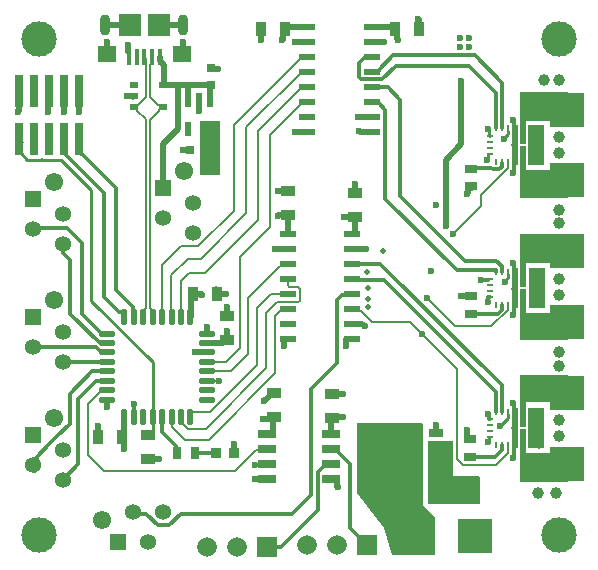
<source format=gbr>
%TF.GenerationSoftware,Altium Limited,Altium Designer,22.10.1 (41)*%
G04 Layer_Physical_Order=1*
G04 Layer_Color=255*
%FSLAX45Y45*%
%MOMM*%
%TF.SameCoordinates,C31E8A11-22D9-4D9D-ADA1-1B5FF30F4DDA*%
%TF.FilePolarity,Positive*%
%TF.FileFunction,Copper,L1,Top,Signal*%
%TF.Part,Single*%
G01*
G75*
%TA.AperFunction,Conductor*%
%ADD10C,0.25400*%
%TA.AperFunction,SMDPad,CuDef*%
%ADD11R,0.95620X1.20620*%
%ADD12R,1.20620X0.95620*%
%ADD13R,3.00000X3.00000*%
%ADD14R,1.46170X0.53340*%
%ADD15R,1.52500X0.65000*%
%ADD16R,0.75000X1.00000*%
%ADD17R,0.95000X0.95000*%
%ADD18R,0.70000X0.70000*%
%ADD19R,0.70000X0.70000*%
%ADD20O,1.45000X0.55000*%
%ADD21O,0.55000X1.45000*%
%ADD22R,0.74000X2.79000*%
%ADD23R,0.75000X0.60000*%
%TA.AperFunction,ConnectorPad*%
%ADD24R,0.40000X1.35000*%
%ADD25R,1.60000X1.40000*%
%TA.AperFunction,SMDPad,CuDef*%
%ADD26R,1.90000X1.90000*%
%TA.AperFunction,SMDPad,SMDef*%
%ADD27R,0.60000X0.25000*%
%ADD28R,0.25000X0.60000*%
%ADD29R,0.50000X1.67500*%
%ADD30R,1.40000X3.50000*%
%ADD31R,0.50000X3.50000*%
%TA.AperFunction,SMDPad,CuDef*%
%ADD32R,3.10000X4.20000*%
%ADD33R,1.50000X4.70000*%
%ADD34R,1.15000X0.70000*%
%ADD35R,3.00000X3.00000*%
%ADD36R,1.00000X0.75000*%
%ADD37R,0.60000X1.25000*%
%TA.AperFunction,Conductor*%
%ADD38C,0.50000*%
%ADD39C,0.30000*%
%ADD40C,0.20000*%
%ADD41C,0.15000*%
%TA.AperFunction,ComponentPad*%
%ADD42R,1.35800X1.35800*%
%ADD43C,1.35800*%
%ADD44C,1.55000*%
%ADD45R,1.66500X1.66500*%
%ADD46C,1.66500*%
%ADD47R,1.35800X1.35800*%
%ADD48O,0.90000X1.80000*%
%TA.AperFunction,WasherPad*%
%ADD49C,3.00000*%
%TA.AperFunction,ViaPad*%
%ADD50C,0.60000*%
%ADD51C,0.50000*%
%ADD52C,0.80000*%
%ADD53C,1.00000*%
G36*
X7099400Y3396567D02*
X7325067Y3396874D01*
X7334048Y3387893D01*
X7333741Y3162226D01*
X6889400D01*
Y3692226D01*
X7099400D01*
Y3396567D01*
D02*
G37*
G36*
X6850973Y3838239D02*
X6850000Y3150000D01*
X6950000Y3040000D01*
Y2727867D01*
X6588954D01*
X6520000Y2960000D01*
X6289729Y3256984D01*
Y3847226D01*
X6841999D01*
X6850973Y3838239D01*
D02*
G37*
G36*
X8080000Y3350000D02*
X7670000D01*
Y3590000D01*
X8080000D01*
Y3350000D01*
D02*
G37*
G36*
Y4020000D02*
X7670000D01*
Y4250000D01*
X8080000D01*
Y4020000D01*
D02*
G37*
G36*
X5130000Y5950000D02*
X4960000D01*
Y6400000D01*
X5130000D01*
Y5950000D01*
D02*
G37*
G36*
X8080000Y5750000D02*
X7669552D01*
Y5951161D01*
X7669666Y5951437D01*
Y5973477D01*
X7669552Y5973753D01*
Y5990000D01*
X8080000D01*
Y5750000D01*
D02*
G37*
G36*
Y6403831D02*
X7670000D01*
Y6650000D01*
X8080000D01*
Y6403831D01*
D02*
G37*
G36*
Y4550000D02*
X7670000D01*
Y4780000D01*
X8080000D01*
Y4550000D01*
D02*
G37*
G36*
Y5200000D02*
X7670000D01*
Y5450000D01*
X8080000D01*
Y5200000D01*
D02*
G37*
D10*
X3628589Y6074834D02*
G03*
X3621132Y6075953I-7457J-24281D01*
G01*
X3487746Y6082742D02*
G03*
X3490129Y6080670I17827J18093D01*
G01*
X3501589Y6074833D02*
G03*
X3498384Y6075596I-7468J-24277D01*
G01*
X3780684Y6074833D02*
X4040000Y5815517D01*
Y5320000D02*
Y5815517D01*
X3628589Y6074833D02*
X3780684D01*
X3603798Y6075953D02*
X3621132D01*
X3487614Y6082874D02*
X3487746Y6082742D01*
X3496287Y6075953D02*
X3498384Y6075596D01*
X3602679Y6074833D02*
X3603798Y6075953D01*
X3490128Y6080669D02*
X3496287Y6075953D01*
X3501589Y6074833D02*
X3602679Y6074833D01*
X3450255Y6120232D02*
X3487614Y6082874D01*
X4046821Y4873760D02*
X4560001Y4360581D01*
X4039382Y4881200D02*
X4046821Y4873760D01*
X4039381Y5318183D02*
X4040000Y5320000D01*
X4039381Y5318183D02*
X4039382Y4881200D01*
X3425134Y6144534D02*
Y6247033D01*
X3449432Y6120232D02*
X3450255D01*
X3425134Y6247033D02*
X3449432Y6222736D01*
X3425134Y6144534D02*
X3449432Y6120232D01*
X4560001Y3725842D02*
Y3901029D01*
X7396938Y6335105D02*
X7403559Y6328485D01*
X7403759Y6274994D02*
X7414666D01*
X7403559Y6275194D02*
Y6328485D01*
Y6275194D02*
X7403759Y6274994D01*
X7399381Y6083963D02*
Y6124797D01*
X7392760Y6077343D02*
X7399381Y6083963D01*
X7537076Y6261120D02*
X7566965Y6291009D01*
X7537076Y6251757D02*
Y6261120D01*
X7566965Y6291009D02*
Y6322695D01*
X7567293Y5079296D02*
Y5110950D01*
X7539401Y5042042D02*
Y5051404D01*
X7567293Y5079296D01*
X7404790Y3689399D02*
Y3728119D01*
X7398170Y3682778D02*
X7404790Y3689399D01*
X7404990Y3728319D02*
X7414666D01*
X7404790Y3728119D02*
X7404990Y3728319D01*
X4560001Y3901029D02*
Y4360581D01*
X7503312Y3822090D02*
X7566965Y3885743D01*
Y3926017D01*
D11*
X5102502Y4939999D02*
D03*
X4897499D02*
D03*
X6607498Y7179999D02*
D03*
X6812502D02*
D03*
X5477498Y7179999D02*
D03*
X5682502D02*
D03*
X4302503Y3730000D02*
D03*
X4097499D02*
D03*
D12*
X5190001Y4547499D02*
D03*
Y4752502D02*
D03*
X5590000Y4102497D02*
D03*
Y3897499D02*
D03*
X6080001Y3887502D02*
D03*
Y4092500D02*
D03*
X5710003Y5607499D02*
D03*
Y5812502D02*
D03*
X6270000Y5794998D02*
D03*
Y5590000D02*
D03*
X4520000Y3537498D02*
D03*
Y3742502D02*
D03*
D13*
X7290000Y2889999D02*
D03*
X6790000D02*
D03*
D14*
X6247683Y5448372D02*
D03*
Y5321372D02*
D03*
Y5194372D02*
D03*
Y5067372D02*
D03*
Y4940372D02*
D03*
Y4813372D02*
D03*
Y4686372D02*
D03*
Y4559372D02*
D03*
X5702731D02*
D03*
Y4686372D02*
D03*
Y4813372D02*
D03*
Y4940372D02*
D03*
Y5067372D02*
D03*
Y5194372D02*
D03*
Y5321372D02*
D03*
Y5448372D02*
D03*
X5869085Y7199000D02*
D03*
Y7072000D02*
D03*
Y6945000D02*
D03*
Y6818000D02*
D03*
Y6691000D02*
D03*
Y6564000D02*
D03*
Y6437000D02*
D03*
Y6310000D02*
D03*
X6414037D02*
D03*
Y6437000D02*
D03*
Y6564000D02*
D03*
Y6691000D02*
D03*
Y6818000D02*
D03*
Y6945000D02*
D03*
Y7072000D02*
D03*
Y7199000D02*
D03*
D15*
X5529058Y3750501D02*
D03*
Y3623501D02*
D03*
Y3496501D02*
D03*
Y3369501D02*
D03*
X6071458D02*
D03*
Y3496501D02*
D03*
Y3623501D02*
D03*
Y3750501D02*
D03*
D16*
X4914930Y3590000D02*
D03*
X4764933D02*
D03*
D17*
X5244932D02*
D03*
X5094935D02*
D03*
D18*
X5020000Y6160000D02*
D03*
X4880000D02*
D03*
D19*
X5050000Y6710000D02*
D03*
Y6850000D02*
D03*
D20*
X4177502Y4043528D02*
D03*
Y4123527D02*
D03*
Y4203527D02*
D03*
Y4283527D02*
D03*
Y4363527D02*
D03*
Y4443532D02*
D03*
Y4523532D02*
D03*
Y4603532D02*
D03*
X5022499D02*
D03*
Y4523532D02*
D03*
Y4443532D02*
D03*
Y4363527D02*
D03*
Y4283527D02*
D03*
Y4203527D02*
D03*
Y4123527D02*
D03*
Y4043528D02*
D03*
D21*
X4320002Y4746031D02*
D03*
X4400001D02*
D03*
X4640001D02*
D03*
X4720001D02*
D03*
X4800001D02*
D03*
X4880000D02*
D03*
Y3901029D02*
D03*
X4800001D02*
D03*
X4720001D02*
D03*
X4640001D02*
D03*
X4560001D02*
D03*
X4480001D02*
D03*
X4400001D02*
D03*
X4320002D02*
D03*
X4480001Y4746031D02*
D03*
X4560001D02*
D03*
D22*
X3679134Y6654033D02*
D03*
Y6247033D02*
D03*
X3552134Y6654033D02*
D03*
Y6247033D02*
D03*
X3425134Y6654033D02*
D03*
Y6247033D02*
D03*
X3933134Y6654033D02*
D03*
Y6247033D02*
D03*
X3806134Y6654033D02*
D03*
Y6247033D02*
D03*
D23*
X4399625Y6710497D02*
D03*
Y6615501D02*
D03*
Y6520500D02*
D03*
X4644624D02*
D03*
Y6710497D02*
D03*
D24*
X4619625Y6948957D02*
D03*
X4554626D02*
D03*
X4489623D02*
D03*
X4424624D02*
D03*
X4359626D02*
D03*
D25*
X4809622Y6971462D02*
D03*
X4169623D02*
D03*
D26*
X4609622Y7216460D02*
D03*
X4369623D02*
D03*
D27*
X7414666Y6124997D02*
D03*
Y6174994D02*
D03*
Y6224996D02*
D03*
Y6274994D02*
D03*
X7414997Y4913254D02*
D03*
Y4963251D02*
D03*
Y5013254D02*
D03*
Y5063251D02*
D03*
X7414666Y3728319D02*
D03*
Y3778321D02*
D03*
Y3828318D02*
D03*
Y3878321D02*
D03*
D28*
X7467168Y6339997D02*
D03*
X7517166D02*
D03*
X7567168D02*
D03*
Y6059998D02*
D03*
X7517166D02*
D03*
X7467168D02*
D03*
X7467493Y5128250D02*
D03*
X7517496D02*
D03*
X7567493D02*
D03*
Y4848250D02*
D03*
X7517496D02*
D03*
X7467493D02*
D03*
X7467163Y3943320D02*
D03*
X7517166D02*
D03*
X7567163D02*
D03*
Y3663320D02*
D03*
X7517166D02*
D03*
X7467163D02*
D03*
D29*
X7694666Y6291245D02*
D03*
Y6108746D02*
D03*
X7694996Y5079502D02*
D03*
Y4897003D02*
D03*
X7694666Y3894567D02*
D03*
Y3712068D02*
D03*
D30*
X7809667Y6199998D02*
D03*
X7809992Y4988250D02*
D03*
X7809667Y3803320D02*
D03*
D31*
X7624669Y6199998D02*
D03*
X7624994Y4988250D02*
D03*
X7624663Y3803320D02*
D03*
D32*
X6641902Y3570000D02*
D03*
D33*
X6411900D02*
D03*
D34*
X6959402Y3760500D02*
D03*
Y3633500D02*
D03*
Y3506500D02*
D03*
Y3379500D02*
D03*
D35*
X8065582Y3499998D02*
D03*
Y4100002D02*
D03*
Y4700001D02*
D03*
Y5300000D02*
D03*
Y5899998D02*
D03*
Y6500002D02*
D03*
D36*
X7247421Y3560055D02*
D03*
Y3710053D02*
D03*
X7252467Y4771844D02*
D03*
Y4921846D02*
D03*
X7254239Y5999997D02*
D03*
Y5850000D02*
D03*
D37*
X5044998Y6585002D02*
D03*
X4950002D02*
D03*
X4855001D02*
D03*
Y6335000D02*
D03*
X5044998D02*
D03*
D38*
X3677932Y6652830D02*
X3679134Y6654033D01*
X3677932Y6482338D02*
Y6652830D01*
X3676729Y6481136D02*
X3677932Y6482338D01*
X4813050Y6158656D02*
X4813721Y6159328D01*
X4879328D02*
X4880000Y6160000D01*
X4813721Y6159328D02*
X4879328D01*
X5106685Y4955331D02*
X5125312Y4936704D01*
X5179592D01*
X5106685Y4955331D02*
Y4970307D01*
X5179592Y4936704D02*
X5181506Y4934791D01*
X4904438Y4951845D02*
Y4963059D01*
X4920309Y4935974D02*
X4973754D01*
X4904438Y4951845D02*
X4920309Y4935974D01*
X4973754D02*
X4975667Y4934061D01*
X5098715Y4978277D02*
X5106685Y4970307D01*
X5189991Y4769693D02*
X5190928Y4768756D01*
X5189982Y4832657D02*
X5189991Y4832647D01*
Y4769693D02*
Y4832647D01*
X5190001Y4547499D02*
Y4622804D01*
X5177501Y4547499D02*
X5190001D01*
X5154491Y4524488D02*
X5177501Y4547499D01*
X5023456Y4524488D02*
X5154491D01*
X6414037Y7199000D02*
X6611729D01*
X6269791Y5589791D02*
X6270000Y5590000D01*
X6269442Y5589442D02*
X6269791Y5589791D01*
Y5590209D01*
Y5450322D02*
Y5589791D01*
X6071458Y3750501D02*
Y3887502D01*
X4770321Y6336069D02*
Y6710497D01*
X4860000D01*
X4644624D02*
X4770321D01*
X4646000Y6211749D02*
X4770321Y6336069D01*
X4646000Y5837000D02*
Y6211749D01*
X4897499Y4969998D02*
X4904438Y4963059D01*
X4881131Y4795697D02*
Y4953631D01*
X4897499Y4969998D01*
X4880957Y4746987D02*
Y4795523D01*
X4881131Y4795697D01*
X4880000Y4746031D02*
X4880957Y4746987D01*
X5047499Y6587503D02*
Y6707499D01*
X5044998Y6585002D02*
X5047499Y6587503D01*
Y6707499D02*
X5050000Y6710000D01*
X4860000Y6710497D02*
X5040000D01*
X4855001Y6585002D02*
X4860000Y6590001D01*
Y6710497D01*
X5040000Y6180000D02*
Y6340000D01*
X4949537Y6492176D02*
Y6617306D01*
X5557875Y4082872D02*
X5590286D01*
X4918344Y4444116D02*
X5064582D01*
X4595500Y7215927D02*
X4805502D01*
X4145504D02*
X4355501D01*
X4798243Y6973667D02*
X4814428Y6989851D01*
X4397563Y6610497D02*
Y6615816D01*
X4155501Y6970923D02*
X4176207Y6991629D01*
X4949537Y6617306D02*
X4950000Y6617769D01*
X4949072Y6491711D02*
X4949537Y6492176D01*
X5053780Y6846220D02*
X5116722D01*
X5423718Y3368865D02*
X5518368D01*
X5244932Y3590000D02*
X5245192Y3590260D01*
Y3670143D01*
X5245452Y3670403D01*
X6122708Y3306592D02*
X6125665Y3303635D01*
X6115208Y3369501D02*
X6122708Y3362001D01*
Y3306592D02*
Y3362001D01*
X6071458Y3369501D02*
X6115208D01*
X6125665Y3300929D02*
Y3303635D01*
X4302503Y3720000D02*
X4320002Y3737498D01*
Y3901029D01*
X4096178Y3762137D02*
X4103462Y3754854D01*
X4096178Y3762137D02*
Y3822092D01*
X4094857Y3823414D02*
X4096178Y3822092D01*
X4537090Y3541475D02*
X4611629D01*
X5512195Y4037192D02*
X5557875Y4082872D01*
X5503677Y4035279D02*
X5505590Y4037192D01*
X5512195D01*
X6178031Y5588885D02*
X6178588Y5589442D01*
X6269442D01*
X5580308Y3879179D02*
X5588980D01*
X5580308Y3758001D02*
Y3879179D01*
X5498727D02*
X5580308D01*
X6094358Y4095891D02*
X6169593D01*
X6103430Y3898431D02*
X6170243D01*
X6092501Y3887502D02*
X6103430Y3898431D01*
X6170243D02*
X6172156Y3900344D01*
X6080001Y3887502D02*
X6092501D01*
X4315469Y3622757D02*
Y3710761D01*
X5022499Y4523532D02*
X5023456Y4524488D01*
X6607498Y7167499D02*
X6630309Y7144689D01*
Y7102398D02*
X6640000Y7092706D01*
Y7090000D02*
Y7092706D01*
X6630309Y7102398D02*
Y7144689D01*
X6607498Y7167499D02*
Y7179999D01*
X6611729Y7182869D02*
Y7199000D01*
X5476845Y7179346D02*
X5477498Y7179999D01*
X5476192Y7088551D02*
X5476845Y7089204D01*
Y7179346D01*
X5660403Y7091877D02*
Y7157900D01*
X5699833Y7197330D01*
X5658490Y7089964D02*
X5660403Y7091877D01*
X5699833Y7197330D02*
X5867415D01*
X6270000Y5794998D02*
X6271708Y5796706D01*
Y5870689D01*
X6273416Y5872398D01*
X6267841Y5448372D02*
X6269791Y5450322D01*
X5621289Y5809172D02*
X5622954Y5810837D01*
X5682829D02*
X5683887Y5809779D01*
X5622954Y5810837D02*
X5682829D01*
X5621091Y5605085D02*
X5703974D01*
X5706388Y5450042D02*
Y5607499D01*
X5703974Y5605085D02*
X5706388Y5607499D01*
X5619177Y5603171D02*
X5621091Y5605085D01*
X7040000Y5513275D02*
Y6075843D01*
Y5513275D02*
X7041273Y5512002D01*
X7040000Y6075843D02*
X7170000Y6205843D01*
Y6740000D01*
X7231628Y5839889D02*
X7264350D01*
X6810722Y7181778D02*
X6812502Y7179999D01*
X6808943Y7270625D02*
X6810722Y7268846D01*
Y7181778D02*
Y7268846D01*
X6249353Y4684702D02*
X6335626D01*
X6354508Y4665819D02*
X6357214D01*
X6247683Y4686372D02*
X6249353Y4684702D01*
X6335626D02*
X6354508Y4665819D01*
X6300423Y6435966D02*
X6413002D01*
X6414037Y6437000D01*
X6299388Y6434931D02*
X6300423Y6435966D01*
X6247683Y5448372D02*
X6267841D01*
X6312441Y6311670D02*
X6412367D01*
X6307574Y6316537D02*
X6312441Y6311670D01*
X6304868Y6316537D02*
X6307574D01*
X6412367Y6311670D02*
X6414037Y6310000D01*
X6248868Y5320186D02*
X6365579D01*
X6366765Y5319001D01*
X6247683Y5321372D02*
X6248868Y5320186D01*
X7224907Y5787714D02*
X7229239Y5792046D01*
X7224907Y5785008D02*
Y5787714D01*
X7229239Y5792046D02*
Y5837500D01*
X7231628Y5839889D01*
X5704718Y5448372D02*
X5706388Y5450042D01*
X5702731Y5448372D02*
X5704718D01*
X7237898Y3710053D02*
X7247421D01*
X7225398Y3722553D02*
X7237898Y3710053D01*
X7223485Y3784304D02*
X7225398Y3782391D01*
Y3722553D02*
Y3782391D01*
X5672467Y4557702D02*
X5674137Y4559372D01*
X5702731D01*
X5672467Y4500286D02*
Y4557702D01*
X5670554Y4498373D02*
X5672467Y4500286D01*
X5497421Y3880485D02*
X5498727Y3879179D01*
X5868056Y7070971D02*
X5869085Y7072000D01*
X5767937Y7070971D02*
X5868056D01*
X5766908Y7069943D02*
X5767937Y7070971D01*
X5867849Y6308764D02*
X5869085Y6310000D01*
X5767377Y6308764D02*
X5867849D01*
X5766140Y6307528D02*
X5767377Y6308764D01*
X5702621Y5321482D02*
X5702731Y5321372D01*
X5599538Y5321592D02*
X5599648Y5321482D01*
X5702621D01*
X6199598Y4557702D02*
X6201268Y4559372D01*
X6199598Y4504098D02*
Y4557702D01*
X6196780Y4501281D02*
X6199598Y4504098D01*
X6201268Y4559372D02*
X6247683D01*
X6196780Y4498575D02*
Y4501281D01*
X6415958Y7070079D02*
X6515916D01*
X6414037Y7072000D02*
X6415958Y7070079D01*
X7173941Y4923638D02*
X7250675D01*
X7172148Y4925431D02*
X7173941Y4923638D01*
X7250675D02*
X7252467Y4921846D01*
X5867415Y7197330D02*
X5869085Y7199000D01*
X4175848Y4041221D02*
X4176705D01*
X4175845Y3984716D02*
Y4041218D01*
X4175848Y4041221D01*
X4174186Y3983058D02*
X4175845Y3984716D01*
X7879822Y3499998D02*
X8165582D01*
X7708605Y5300000D02*
X8165582D01*
X7719761Y6500002D02*
X8165582D01*
X4655063Y6707561D02*
Y6876019D01*
X3934932Y6642923D02*
X3945133Y6653124D01*
X3934932Y6483731D02*
X3936731Y6481933D01*
X3934932Y6483731D02*
Y6642923D01*
X3807120Y6484427D02*
Y6632103D01*
X3806363Y6632859D02*
X3807120Y6632103D01*
Y6484427D02*
X3808105Y6483447D01*
X3423732Y6483441D02*
X3424433Y6484142D01*
Y6639667D01*
X4917755Y4444705D02*
X4918344Y4444116D01*
X5064582D02*
X5065121Y4443578D01*
X5022850Y4603882D02*
Y4661220D01*
X5023206Y4661571D01*
X5022499Y4603532D02*
X5022850Y4603882D01*
X4352656Y7045640D02*
X4354622Y7043669D01*
X4352656Y7045640D02*
Y7048348D01*
X4354622Y6991462D02*
Y7043669D01*
X4619625Y6911457D02*
Y6948957D01*
Y6911457D02*
X4655063Y6876019D01*
X4814428Y6989851D02*
Y7068876D01*
X4176207Y6991629D02*
Y7068876D01*
X4340946Y6616131D02*
X4341261Y6615816D01*
X4397563D01*
X6959402Y3760500D02*
Y3827226D01*
X8065582Y4100002D02*
X8165582D01*
X7723952D02*
X8065582D01*
Y4700001D02*
X8165582D01*
X7724282D02*
X8065582D01*
X7694666Y5946054D02*
X7836891Y5803829D01*
X7694666Y5946054D02*
Y6108746D01*
X7694996Y5079502D02*
Y5251968D01*
X7743027Y5300000D01*
X7694666Y6291245D02*
Y6440485D01*
X7754183Y6500002D01*
X7726045Y3472561D02*
X7886802D01*
X7694666Y3503940D02*
X7726045Y3472561D01*
X7886802D02*
X7914244Y3499998D01*
X7694666Y3894567D02*
Y4070711D01*
Y3503940D02*
Y3712068D01*
X7694996Y4729292D02*
Y4897003D01*
D39*
X6414037Y6564000D02*
X6425707Y6552330D01*
X6528300Y5746348D02*
Y6499112D01*
X6425707Y6552330D02*
X6475082D01*
X6528300Y6499112D01*
X6416221Y6688816D02*
X6552685D01*
X6414037Y6691000D02*
X6416221Y6688816D01*
X6656640Y5769019D02*
Y6584861D01*
X6552685Y6688816D02*
X6656640Y6584861D01*
Y5769019D02*
X7206581Y5219077D01*
X6255931Y5059124D02*
X6518075D01*
X7467163Y3943320D02*
Y4110035D01*
X6518075Y5059124D02*
X7467163Y4110035D01*
X6247683Y5067372D02*
X6255931Y5059124D01*
X6485931Y5195460D02*
X7517166Y4164226D01*
X6212261Y5195460D02*
X6485931D01*
X3800003Y3366000D02*
X3931595Y3497593D01*
Y4052905D01*
X3563000Y3493000D02*
Y3538628D01*
X3577919Y3553546D01*
Y3560748D01*
X3546003Y3493000D02*
X3563000D01*
X3577919Y3560748D02*
X3684103Y3666932D01*
Y3668008D02*
X3751995Y3735900D01*
X3684103Y3666932D02*
Y3668008D01*
X3753071Y3735900D02*
X3857706Y3840535D01*
X3751995Y3735900D02*
X3753071D01*
X3857706Y3840535D02*
Y4093911D01*
X3803527Y4363527D02*
X4177502D01*
X3550296Y4488705D02*
X4078941D01*
X4119331Y4448315D02*
X4172719D01*
X3546003Y4492998D02*
X3550296Y4488705D01*
X4078941D02*
X4119331Y4448315D01*
X4172719D02*
X4177502Y4443532D01*
X3800000Y5284940D02*
X3861431Y5223509D01*
Y4771934D02*
X4105049Y4528315D01*
X3861431Y4771934D02*
Y5223509D01*
X4105049Y4528315D02*
X4175945D01*
X4180728Y4523532D01*
X3800000Y5284940D02*
Y5296911D01*
X3834168Y5495744D02*
X3960529Y5369382D01*
X3546003Y5493001D02*
X3548745Y5495744D01*
X3834168D01*
X3960529Y4771249D02*
Y5369382D01*
Y4771249D02*
X4128247Y4603532D01*
X3828134Y6119257D02*
Y6225033D01*
X4150000Y4913331D02*
Y5797391D01*
X3828134Y6119257D02*
X4150000Y5797391D01*
X3806134Y6247033D02*
X3828134Y6225033D01*
X4150000Y4913331D02*
X4274886Y4788445D01*
X4250000Y4970514D02*
X4395218Y4825296D01*
X4250000Y4970514D02*
Y5834547D01*
X3962014Y6122533D02*
X4250000Y5834547D01*
X3955131Y6122533D02*
X3962014D01*
X3933134Y6144534D02*
Y6247033D01*
Y6144534D02*
X3955131Y6122533D01*
X4399619Y3901411D02*
X4400001Y3901029D01*
X4399619Y3901411D02*
Y4003591D01*
X4399237Y4003973D02*
X4399619Y4003591D01*
X6528300Y5746348D02*
X7132816Y5141833D01*
X7467493Y5128250D02*
Y5139333D01*
X7132816Y5141833D02*
X7464993D01*
X7467493Y5139333D01*
X7342835Y5061182D02*
X7399997D01*
X7340766Y5059113D02*
X7342835Y5061182D01*
X4395218Y4750814D02*
Y4825296D01*
Y4750814D02*
X4400001Y4746031D01*
X4274886Y4788445D02*
X4308453D01*
X4317300Y4746031D02*
Y4779598D01*
X4308453Y4788445D02*
X4317300Y4779598D01*
X6229288Y2954712D02*
Y3500082D01*
Y2954712D02*
X6374000Y2810000D01*
X5646385Y2800000D02*
X5959106Y3112721D01*
Y3427899D02*
X6027708Y3496501D01*
X5959106Y3112721D02*
Y3427899D01*
X5524000Y2800000D02*
X5646385D01*
X6027708Y3496501D02*
X6071458D01*
X5741453Y3080000D02*
X5901711Y3240257D01*
Y4134255D02*
X6122105Y4354649D01*
X5901711Y3240257D02*
Y4134255D01*
X6115494Y3613875D02*
X6229288Y3500082D01*
X4699007Y2980672D02*
X4798335Y3080000D01*
X4503665D02*
X4602993Y2980672D01*
X4699007D01*
X4390000Y3080000D02*
X4503665D01*
X4798335D02*
X5741453D01*
X6167155Y4928702D02*
X6236013D01*
X6122105Y4883651D02*
X6167155Y4928702D01*
X6236013D02*
X6247683Y4940372D01*
X6122105Y4354649D02*
Y4883651D01*
X7616425Y4996818D02*
X7624994Y4988250D01*
X7616425Y4996818D02*
Y5198630D01*
X7619795Y4983051D02*
X7624994Y4988250D01*
X7619663Y4983344D02*
X7619875Y4983132D01*
X7619795Y4766830D02*
Y4983051D01*
X7614266Y5962457D02*
X7619467Y5967658D01*
Y6192755D01*
X7616289Y6208377D02*
Y6410252D01*
X7618447Y6193776D02*
X7619467Y6192755D01*
X7618447Y6198345D02*
X7623015D01*
X7616289Y6208377D02*
X7624669Y6199998D01*
X7623015Y6198345D02*
X7624669Y6199998D01*
X7610549Y6415992D02*
X7616289Y6410252D01*
X7614596Y4761631D02*
X7619795Y4766830D01*
X7610685Y5204371D02*
X7616425Y5198630D01*
X7614266Y3546387D02*
X7619465Y3551585D01*
Y3798121D01*
X7624663Y3803320D01*
X7617478Y3810505D02*
X7624663Y3803320D01*
X7617478Y3810505D02*
Y4012750D01*
X7611738Y4018490D02*
X7617478Y4012750D01*
X7467168Y6339997D02*
Y6639556D01*
X6616222Y6870934D02*
X7235790D01*
X7467168Y6639556D01*
X6501619Y6756331D02*
X6616222Y6870934D01*
X6596318Y6958989D02*
X7287046D01*
X7517166Y6339997D02*
Y6728869D01*
X7287046Y6958989D02*
X7517166Y6728869D01*
X6472122Y6834793D02*
X6596318Y6958989D01*
X7517166Y3943320D02*
Y4164226D01*
X7206581Y5219077D02*
X7468662D01*
X7514992Y5172747D01*
Y5155576D02*
Y5172747D01*
Y5155576D02*
X7514996Y5155572D01*
Y5130750D02*
Y5155572D01*
Y5130750D02*
X7517496Y5128250D01*
X7255655Y6006571D02*
X7428598D01*
X7440171Y5994998D01*
X7494166D02*
X7514666Y6015499D01*
X7440171Y5994998D02*
X7494166D01*
X4914930Y3590000D02*
X5094935D01*
X4755957Y3568976D02*
Y3655000D01*
Y3568976D02*
X4764933Y3560000D01*
X4640001Y3770956D02*
Y3901029D01*
Y3770956D02*
X4755957Y3655000D01*
X7402785Y4910754D02*
X7405284Y4913254D01*
X7402785Y4872863D02*
Y4910754D01*
X7397044Y4867123D02*
X7402785Y4872863D01*
X7405284Y4913254D02*
X7414997D01*
X7407085Y3878321D02*
X7414666D01*
X7404585Y3880821D02*
Y3914150D01*
Y3880821D02*
X7407085Y3878321D01*
X7398845Y3919891D02*
X7404585Y3914150D01*
X6373416Y6817894D02*
X6460346D01*
X6472122Y6829670D01*
Y6834793D01*
X6305953Y6776833D02*
Y6893900D01*
X6345384Y6933330D02*
X6401026D01*
X6305953Y6893900D02*
X6345384Y6933330D01*
X6401026D02*
X6412696Y6945000D01*
X6326455Y6756331D02*
X6501619D01*
X6305953Y6776833D02*
X6326455Y6756331D01*
X4641941Y3899088D02*
X4644781Y3896248D01*
X7483083Y4771844D02*
X7517496Y4806254D01*
X7249139Y4771844D02*
X7483083D01*
X7514666Y6015499D02*
Y6044998D01*
X7247421Y3560055D02*
X7455897D01*
X7517166Y3621324D01*
X4082628Y4203939D02*
X4177909D01*
X4047327Y4283527D02*
X4182842D01*
X3931595Y4052905D02*
X4082628Y4203939D01*
X3857706Y4093911D02*
X4047327Y4283527D01*
X3566246Y3443244D02*
Y3480151D01*
X4128247Y4603532D02*
X4177502D01*
X7517496Y4806254D02*
Y4848250D01*
X7517166Y3621324D02*
Y3663320D01*
D40*
X5022499Y4363527D02*
X5180087D01*
X5300495Y4483935D02*
Y5253761D01*
X5180087Y4363527D02*
X5300495Y4483935D01*
X5028214Y4289242D02*
X5224922D01*
X5363944Y4428264D02*
Y4906505D01*
X5224922Y4289242D02*
X5363944Y4428264D01*
X5448598Y5562726D02*
Y6316928D01*
X5005872Y5120000D02*
X5448598Y5562726D01*
Y6316928D02*
X5822670Y6691000D01*
X5353137Y6348467D02*
X5822670Y6818000D01*
X5353137Y5622900D02*
Y6348467D01*
X4966765Y5236528D02*
X5353137Y5622900D01*
X5250218Y6372548D02*
X5822670Y6945000D01*
X5250218Y5645014D02*
Y6372548D01*
X4947229Y5342025D02*
X5250218Y5645014D01*
X5300495Y5253761D02*
X5549815Y5503081D01*
Y6286535D01*
X4859912Y5236528D02*
X4966765D01*
X4718711Y5095327D02*
X4859912Y5236528D01*
X4640001Y5184578D02*
X4797448Y5342025D01*
X4947229D01*
X4640001Y4746031D02*
Y5184578D01*
X4870000Y5120000D02*
X5005872D01*
X4800001Y4746031D02*
Y5050001D01*
X4870000Y5120000D01*
X4718711Y4747320D02*
Y5095327D01*
X5549815Y6286535D02*
X5806000Y6542720D01*
X4147806Y3440000D02*
X5259505D01*
X5433380Y3613875D01*
X4010637Y3577170D02*
X4147806Y3440000D01*
X5527002Y3494445D02*
X5529058Y3496501D01*
X5422430Y3494445D02*
X5527002D01*
X5433380Y3613875D02*
X5529344D01*
X5123800Y4203425D02*
X5123902Y4203322D01*
X5022499Y4203527D02*
X5022602Y4203425D01*
X5123800D01*
X4833911Y3701686D02*
X5032778D01*
X5597721Y4266629D02*
Y4754693D01*
X5032778Y3701686D02*
X5597721Y4266629D01*
X4720001Y3901029D02*
X4720443Y3900586D01*
Y3815154D02*
X4833911Y3701686D01*
X4720443Y3815154D02*
Y3900586D01*
X7335924Y5685924D02*
Y5776605D01*
X7100000Y5450000D02*
X7335924Y5685924D01*
Y5776605D02*
X7564668Y6005348D01*
Y6057498D01*
X6885530Y4904659D02*
X7122697Y4667492D01*
X6885530Y4904659D02*
Y4906474D01*
X7122697Y4667492D02*
X7428231D01*
X6741603Y4702624D02*
X6842264Y4601963D01*
Y4595729D02*
Y4601963D01*
Y4595729D02*
X7136259Y4301735D01*
Y3541292D02*
Y4301735D01*
X6421002Y4702624D02*
X6741603D01*
X6326924Y4796702D02*
X6421002Y4702624D01*
X6247683Y4813372D02*
X6264353Y4796702D01*
X6326924D01*
X7564993Y4804254D02*
Y4845750D01*
X7428231Y4667492D02*
X7564993Y4804254D01*
X7564668Y6057498D02*
X7567168Y6059998D01*
X4800001Y3854711D02*
X4856183Y3798529D01*
X5007572D02*
X5523318Y4314275D01*
X4800001Y3854711D02*
Y3901029D01*
X4856183Y3798529D02*
X5007572D01*
X5523318Y4314275D02*
Y4780643D01*
X7564993Y4845750D02*
X7567493Y4848250D01*
X7566000Y3590518D02*
Y3662157D01*
X7468038Y3492556D02*
X7566000Y3590518D01*
X7184995Y3492556D02*
X7468038D01*
X7136259Y3541292D02*
X7184995Y3492556D01*
X5686061Y5177702D02*
X5702731Y5194372D01*
X5635140Y5177702D02*
X5686061D01*
X5363944Y4906505D02*
X5635140Y5177702D01*
X4010637Y3577170D02*
Y4005363D01*
X4128801Y4123527D01*
X4177502D01*
X5639646Y4796617D02*
Y4796702D01*
X5597721Y4754693D02*
X5639646Y4796617D01*
Y4796702D02*
X5656316Y4813372D01*
X5702731D01*
X5523318Y4780643D02*
X5612717Y4870042D01*
X5041317Y3936028D02*
X5440123Y4334834D01*
Y4817297D01*
X5558628Y4935802D01*
X5022499Y4283527D02*
X5028214Y4289242D01*
X5612717Y4870042D02*
X5794100D01*
X5558628Y4935802D02*
X5698161D01*
X5805816Y4881757D02*
Y4979468D01*
X5794100Y4870042D02*
X5805816Y4881757D01*
X5698161Y4935802D02*
X5702731Y4940372D01*
X5716391Y4997042D02*
X5788242D01*
X5805816Y4979468D01*
X5702731Y5010702D02*
Y5067372D01*
Y5010702D02*
X5716391Y4997042D01*
X4896168Y3936028D02*
X5041317D01*
X4880000Y3919861D02*
X4896168Y3936028D01*
X4880000Y3901029D02*
Y3919861D01*
X5806000Y6547330D02*
X5822670Y6564000D01*
X5869085D01*
X5806000Y6542720D02*
Y6547330D01*
X5822670Y6818000D02*
X5869085D01*
X5822670Y6691000D02*
X5869085D01*
X5822670Y6945000D02*
X5869085D01*
D41*
X4415434Y6520500D02*
Y6528806D01*
X4399625Y6520500D02*
X4415434D01*
X4399625D02*
X4407124D01*
X4504624Y6609690D02*
Y6717228D01*
Y6609690D02*
Y6717233D01*
Y6880174D01*
X4628667Y6520500D02*
X4644624D01*
X4628667D02*
Y6528958D01*
X4407124Y6520500D02*
X4429628Y6498001D01*
Y6490498D02*
X4502216Y6417909D01*
X4429628Y6490498D02*
Y6498001D01*
X4502216Y4819818D02*
Y6417909D01*
X4637126Y6520500D02*
X4644624D01*
X4537217Y4819818D02*
Y6413089D01*
X4614626Y6490498D02*
Y6498001D01*
X4637126Y6520500D01*
X4537217Y6413089D02*
X4614626Y6490498D01*
X4606168Y6542999D02*
X4614626D01*
X4539625Y6609542D02*
Y6731726D01*
X4614626Y6542999D02*
X4628667Y6528958D01*
X4539625Y6609542D02*
X4606168Y6542999D01*
X4415434Y6528806D02*
X4429628Y6542999D01*
X4437934D01*
X4504624Y6609690D01*
X4480001Y4746031D02*
Y4797598D01*
X4502216Y4819818D01*
X4560001Y4746031D02*
Y4797034D01*
X4537217Y4819818D02*
X4560001Y4797034D01*
X4542125Y6936461D02*
X4554626Y6948957D01*
X4542125Y6882674D02*
Y6936461D01*
X4539625Y6880174D02*
X4542125Y6882674D01*
X4539625Y6731726D02*
Y6880174D01*
X4502125Y6882674D02*
X4504624Y6880174D01*
X4489623Y6948957D02*
X4502125Y6936461D01*
Y6882674D02*
Y6936461D01*
D42*
X4646000Y5837000D02*
D03*
X3546003Y5747001D02*
D03*
Y3747000D02*
D03*
Y4746998D02*
D03*
D43*
X4900000Y5710000D02*
D03*
X4646000Y5583000D02*
D03*
X4900000Y5456000D02*
D03*
X4651000Y3096572D02*
D03*
X4524000Y2842572D02*
D03*
X4397000Y3096572D02*
D03*
X3800003Y5366001D02*
D03*
X3546003Y5493001D02*
D03*
X3800003Y5620001D02*
D03*
Y3366000D02*
D03*
X3546003Y3493000D02*
D03*
X3800003Y3620000D02*
D03*
Y4365998D02*
D03*
X3546003Y4492998D02*
D03*
X3800003Y4619998D02*
D03*
D44*
X4826000Y5977000D02*
D03*
X4130000Y3022572D02*
D03*
X3726002Y5887001D02*
D03*
Y3887000D02*
D03*
Y4886998D02*
D03*
D45*
X6374000Y2810000D02*
D03*
X5524000Y2800000D02*
D03*
D46*
X6120000Y2810000D02*
D03*
X5866000D02*
D03*
X5270000Y2800000D02*
D03*
X5016000D02*
D03*
D47*
X4270000Y2842572D02*
D03*
D48*
X4819625Y7216460D02*
D03*
X4159626D02*
D03*
D49*
X7999999Y2899999D02*
D03*
Y7100001D02*
D03*
X3599998Y2899999D02*
D03*
Y7100001D02*
D03*
D50*
X3676729Y6481136D02*
D03*
X4399237Y4003973D02*
D03*
X7240000Y7030000D02*
D03*
X7160000D02*
D03*
Y7110000D02*
D03*
X7240000D02*
D03*
X7340766Y5059113D02*
D03*
X4813050Y6158656D02*
D03*
X5181506Y4934791D02*
D03*
X4975667Y4934061D02*
D03*
X5189982Y4832657D02*
D03*
X4949072Y6491711D02*
D03*
X5116722Y6846220D02*
D03*
X5423718Y3368865D02*
D03*
X5422430Y3494445D02*
D03*
X5123902Y4203322D02*
D03*
X5245452Y3670403D02*
D03*
X6125665Y3300929D02*
D03*
X4094857Y3823414D02*
D03*
X4611629Y3541475D02*
D03*
X6916306Y5132939D02*
D03*
X5503677Y4035279D02*
D03*
X6178031Y5588885D02*
D03*
X6169593Y4095891D02*
D03*
X6172156Y3900344D02*
D03*
X5191132Y4623935D02*
D03*
X4315469Y3622757D02*
D03*
X6640000Y7090000D02*
D03*
X5476192Y7088551D02*
D03*
X5658490Y7089964D02*
D03*
X6273416Y5872398D02*
D03*
X5621289Y5809172D02*
D03*
X5619177Y5603171D02*
D03*
X6959600Y5694919D02*
D03*
X7041273Y5512002D02*
D03*
X7100000Y5450000D02*
D03*
X6808943Y7270625D02*
D03*
X6357214Y4665819D02*
D03*
X7614266Y5962457D02*
D03*
X7610549Y6415992D02*
D03*
X7614596Y4761631D02*
D03*
X7610685Y5204371D02*
D03*
X7614266Y3546387D02*
D03*
X7611738Y4018490D02*
D03*
X6299388Y6434931D02*
D03*
X7170000Y6740000D02*
D03*
X6304868Y6316537D02*
D03*
X6366765Y5319001D02*
D03*
X7396938Y6335105D02*
D03*
X6885530Y4906474D02*
D03*
X6842264Y4601963D02*
D03*
X7224907Y5785008D02*
D03*
X7223485Y3784304D02*
D03*
X5670554Y4498373D02*
D03*
X5497421Y3880485D02*
D03*
X5766908Y7069943D02*
D03*
X5766140Y6307528D02*
D03*
X5599538Y5321592D02*
D03*
X6196780Y4498575D02*
D03*
X6515916Y7070079D02*
D03*
X7392760Y6077343D02*
D03*
X7537076Y6251757D02*
D03*
X7397044Y4867123D02*
D03*
X7539401Y5042042D02*
D03*
X7172148Y4925431D02*
D03*
X7398845Y3919891D02*
D03*
X7398170Y3682778D02*
D03*
X4174186Y3983058D02*
D03*
X5000115Y6071202D02*
D03*
X3936731Y6481933D02*
D03*
X3808105Y6483447D02*
D03*
X3423732Y6483441D02*
D03*
X5090000Y6070001D02*
D03*
X5000003Y5990001D02*
D03*
X5090000D02*
D03*
X4917755Y4444705D02*
D03*
X5023206Y4661571D02*
D03*
X4352656Y7048348D02*
D03*
X4814428Y7068876D02*
D03*
X4176207D02*
D03*
X4340946Y6616131D02*
D03*
X6959402Y3827226D02*
D03*
X7503312Y3822090D02*
D03*
D51*
X6381905Y4991866D02*
D03*
X6376932Y5127284D02*
D03*
X7619663Y4983344D02*
D03*
X7618447Y6198345D02*
D03*
X7619827Y3803317D02*
D03*
X6387170Y4896641D02*
D03*
Y4825097D02*
D03*
X6510000Y5300000D02*
D03*
D52*
X7390000Y2990000D02*
D03*
Y2890000D02*
D03*
X7190000D02*
D03*
X7290000Y2790000D02*
D03*
Y2890000D02*
D03*
X7190000Y2790000D02*
D03*
X7390000D02*
D03*
X7190000Y2990000D02*
D03*
X7290000D02*
D03*
X7170000Y3220000D02*
D03*
X7280000D02*
D03*
Y3330000D02*
D03*
X7170000D02*
D03*
X7060000D02*
D03*
X6940000D02*
D03*
Y3220000D02*
D03*
X7060000D02*
D03*
X7829225Y3800104D02*
D03*
X7830002Y3670000D02*
D03*
Y6330000D02*
D03*
Y6070001D02*
D03*
X7829225Y6200104D02*
D03*
X7830002Y5120000D02*
D03*
Y4860000D02*
D03*
X7829225Y4990104D02*
D03*
X7830002Y3930000D02*
D03*
D53*
X7997642Y6134257D02*
D03*
X7975001Y3250001D02*
D03*
X7824998D02*
D03*
X7998851Y3733780D02*
D03*
X7998831Y6269680D02*
D03*
X7999999Y4449999D02*
D03*
Y5650001D02*
D03*
X8000589Y5064262D02*
D03*
X7997276Y5536133D02*
D03*
X7998277Y3870858D02*
D03*
X7997703Y4329120D02*
D03*
X7875001Y6749999D02*
D03*
X7999999D02*
D03*
X8001528Y4933671D02*
D03*
%TF.MD5,fca94001be978db7805b7cf365ca7fb3*%
M02*

</source>
